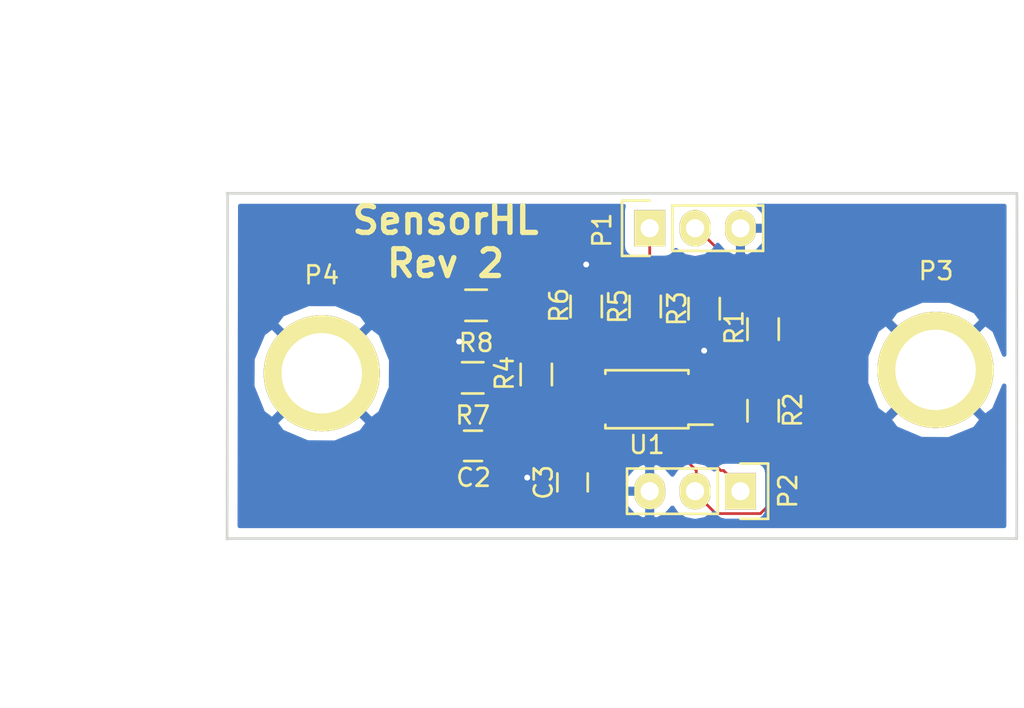
<source format=kicad_pcb>
(kicad_pcb (version 4) (host pcbnew 4.0.1-stable)

  (general
    (links 27)
    (no_connects 0)
    (area 164.214999 83.314999 208.585001 102.835001)
    (thickness 1.6)
    (drawings 8)
    (tracks 73)
    (zones 0)
    (modules 15)
    (nets 10)
  )

  (page A4)
  (layers
    (0 F.Cu signal)
    (31 B.Cu signal)
    (32 B.Adhes user)
    (33 F.Adhes user)
    (34 B.Paste user)
    (35 F.Paste user)
    (36 B.SilkS user)
    (37 F.SilkS user)
    (38 B.Mask user)
    (39 F.Mask user)
    (40 Dwgs.User user)
    (41 Cmts.User user)
    (42 Eco1.User user)
    (43 Eco2.User user)
    (44 Edge.Cuts user)
    (45 Margin user)
    (46 B.CrtYd user)
    (47 F.CrtYd user)
    (48 B.Fab user)
    (49 F.Fab user)
  )

  (setup
    (last_trace_width 0.1524)
    (trace_clearance 0.1524)
    (zone_clearance 0.508)
    (zone_45_only no)
    (trace_min 0.1524)
    (segment_width 0.2)
    (edge_width 0.15)
    (via_size 0.6858)
    (via_drill 0.3302)
    (via_min_size 0.4)
    (via_min_drill 0.3)
    (uvia_size 0.3)
    (uvia_drill 0.1)
    (uvias_allowed no)
    (uvia_min_size 0.2)
    (uvia_min_drill 0.1)
    (pcb_text_width 0.3)
    (pcb_text_size 1.5 1.5)
    (mod_edge_width 0.15)
    (mod_text_size 1 1)
    (mod_text_width 0.15)
    (pad_size 6.5 6.5)
    (pad_drill 4.5)
    (pad_to_mask_clearance 0.2)
    (aux_axis_origin 0 0)
    (visible_elements 7FFFFFFF)
    (pcbplotparams
      (layerselection 0x01008_00000000)
      (usegerberextensions true)
      (excludeedgelayer true)
      (linewidth 0.100000)
      (plotframeref false)
      (viasonmask false)
      (mode 1)
      (useauxorigin false)
      (hpglpennumber 1)
      (hpglpenspeed 20)
      (hpglpendiameter 15)
      (hpglpenoverlay 2)
      (psnegative false)
      (psa4output false)
      (plotreference true)
      (plotvalue true)
      (plotinvisibletext false)
      (padsonsilk false)
      (subtractmaskfromsilk false)
      (outputformat 1)
      (mirror false)
      (drillshape 0)
      (scaleselection 1)
      (outputdirectory StencilFiles/))
  )

  (net 0 "")
  (net 1 "Net-(P1-Pad1)")
  (net 2 "Net-(R1-Pad1)")
  (net 3 "Net-(R1-Pad2)")
  (net 4 GND)
  (net 5 "Net-(R4-Pad2)")
  (net 6 "Net-(R5-Pad2)")
  (net 7 "Net-(R7-Pad1)")
  (net 8 +5V)
  (net 9 /OUT)

  (net_class Default "This is the default net class."
    (clearance 0.1524)
    (trace_width 0.1524)
    (via_dia 0.6858)
    (via_drill 0.3302)
    (uvia_dia 0.3)
    (uvia_drill 0.1)
    (add_net +5V)
    (add_net /OUT)
    (add_net GND)
    (add_net "Net-(P1-Pad1)")
    (add_net "Net-(R1-Pad1)")
    (add_net "Net-(R1-Pad2)")
    (add_net "Net-(R4-Pad2)")
    (add_net "Net-(R5-Pad2)")
    (add_net "Net-(R7-Pad1)")
  )

  (module Pin_Headers:Pin_Header_Straight_1x03 (layer F.Cu) (tedit 0) (tstamp 5728F2B8)
    (at 187.96 85.344 90)
    (descr "Through hole pin header")
    (tags "pin header")
    (path /5727D8E3)
    (fp_text reference P1 (at -0.11 -2.67 90) (layer F.SilkS)
      (effects (font (size 1 1) (thickness 0.15)))
    )
    (fp_text value CONN_01X03 (at 0 -3.1 90) (layer F.Fab)
      (effects (font (size 1 1) (thickness 0.15)))
    )
    (fp_line (start -1.75 -1.75) (end -1.75 6.85) (layer F.CrtYd) (width 0.05))
    (fp_line (start 1.75 -1.75) (end 1.75 6.85) (layer F.CrtYd) (width 0.05))
    (fp_line (start -1.75 -1.75) (end 1.75 -1.75) (layer F.CrtYd) (width 0.05))
    (fp_line (start -1.75 6.85) (end 1.75 6.85) (layer F.CrtYd) (width 0.05))
    (fp_line (start -1.27 1.27) (end -1.27 6.35) (layer F.SilkS) (width 0.15))
    (fp_line (start -1.27 6.35) (end 1.27 6.35) (layer F.SilkS) (width 0.15))
    (fp_line (start 1.27 6.35) (end 1.27 1.27) (layer F.SilkS) (width 0.15))
    (fp_line (start 1.55 -1.55) (end 1.55 0) (layer F.SilkS) (width 0.15))
    (fp_line (start 1.27 1.27) (end -1.27 1.27) (layer F.SilkS) (width 0.15))
    (fp_line (start -1.55 0) (end -1.55 -1.55) (layer F.SilkS) (width 0.15))
    (fp_line (start -1.55 -1.55) (end 1.55 -1.55) (layer F.SilkS) (width 0.15))
    (pad 1 thru_hole rect (at 0 0 90) (size 2.032 1.7272) (drill 1.016) (layers *.Cu *.Mask F.SilkS)
      (net 1 "Net-(P1-Pad1)"))
    (pad 2 thru_hole oval (at 0 2.54 90) (size 2.032 1.7272) (drill 1.016) (layers *.Cu *.Mask F.SilkS)
      (net 8 +5V))
    (pad 3 thru_hole oval (at 0 5.08 90) (size 2.032 1.7272) (drill 1.016) (layers *.Cu *.Mask F.SilkS)
      (net 4 GND))
    (model Pin_Headers.3dshapes/Pin_Header_Straight_1x03.wrl
      (at (xyz 0 -0.1 0))
      (scale (xyz 1 1 1))
      (rotate (xyz 0 0 90))
    )
  )

  (module Resistors_SMD:R_0805 (layer F.Cu) (tedit 5415CDEB) (tstamp 5728F2CB)
    (at 194.31 95.57 270)
    (descr "Resistor SMD 0805, reflow soldering, Vishay (see dcrcw.pdf)")
    (tags "resistor 0805")
    (path /5727AF9E)
    (attr smd)
    (fp_text reference R2 (at -0.038 -1.66 270) (layer F.SilkS)
      (effects (font (size 1 1) (thickness 0.15)))
    )
    (fp_text value R (at 0 2.1 270) (layer F.Fab)
      (effects (font (size 1 1) (thickness 0.15)))
    )
    (fp_line (start -1.6 -1) (end 1.6 -1) (layer F.CrtYd) (width 0.05))
    (fp_line (start -1.6 1) (end 1.6 1) (layer F.CrtYd) (width 0.05))
    (fp_line (start -1.6 -1) (end -1.6 1) (layer F.CrtYd) (width 0.05))
    (fp_line (start 1.6 -1) (end 1.6 1) (layer F.CrtYd) (width 0.05))
    (fp_line (start 0.6 0.875) (end -0.6 0.875) (layer F.SilkS) (width 0.15))
    (fp_line (start -0.6 -0.875) (end 0.6 -0.875) (layer F.SilkS) (width 0.15))
    (pad 1 smd rect (at -0.95 0 270) (size 0.7 1.3) (layers F.Cu F.Paste F.Mask)
      (net 3 "Net-(R1-Pad2)"))
    (pad 2 smd rect (at 0.95 0 270) (size 0.7 1.3) (layers F.Cu F.Paste F.Mask)
      (net 9 /OUT))
    (model Resistors_SMD.3dshapes/R_0805.wrl
      (at (xyz 0 0 0))
      (scale (xyz 1 1 1))
      (rotate (xyz 0 0 0))
    )
  )

  (module Housings_SSOP:TSSOP-8_4.4x3mm_Pitch0.65mm (layer F.Cu) (tedit 54130A77) (tstamp 57AAF252)
    (at 187.804 94.925 180)
    (descr "8-Lead Plastic Thin Shrink Small Outline (ST)-4.4 mm Body [TSSOP] (see Microchip Packaging Specification 00000049BS.pdf)")
    (tags "SSOP 0.65")
    (path /57AAF033)
    (attr smd)
    (fp_text reference U1 (at 0 -2.55 180) (layer F.SilkS)
      (effects (font (size 1 1) (thickness 0.15)))
    )
    (fp_text value LMV358 (at 0 2.55 180) (layer F.Fab)
      (effects (font (size 1 1) (thickness 0.15)))
    )
    (fp_line (start -3.95 -1.8) (end -3.95 1.8) (layer F.CrtYd) (width 0.05))
    (fp_line (start 3.95 -1.8) (end 3.95 1.8) (layer F.CrtYd) (width 0.05))
    (fp_line (start -3.95 -1.8) (end 3.95 -1.8) (layer F.CrtYd) (width 0.05))
    (fp_line (start -3.95 1.8) (end 3.95 1.8) (layer F.CrtYd) (width 0.05))
    (fp_line (start -2.325 -1.625) (end -2.325 -1.425) (layer F.SilkS) (width 0.15))
    (fp_line (start 2.325 -1.625) (end 2.325 -1.425) (layer F.SilkS) (width 0.15))
    (fp_line (start 2.325 1.625) (end 2.325 1.425) (layer F.SilkS) (width 0.15))
    (fp_line (start -2.325 1.625) (end -2.325 1.425) (layer F.SilkS) (width 0.15))
    (fp_line (start -2.325 -1.625) (end 2.325 -1.625) (layer F.SilkS) (width 0.15))
    (fp_line (start -2.325 1.625) (end 2.325 1.625) (layer F.SilkS) (width 0.15))
    (fp_line (start -2.325 -1.425) (end -3.675 -1.425) (layer F.SilkS) (width 0.15))
    (pad 1 smd rect (at -2.95 -0.975 180) (size 1.45 0.45) (layers F.Cu F.Paste F.Mask)
      (net 9 /OUT))
    (pad 2 smd rect (at -2.95 -0.325 180) (size 1.45 0.45) (layers F.Cu F.Paste F.Mask)
      (net 3 "Net-(R1-Pad2)"))
    (pad 3 smd rect (at -2.95 0.325 180) (size 1.45 0.45) (layers F.Cu F.Paste F.Mask)
      (net 6 "Net-(R5-Pad2)"))
    (pad 4 smd rect (at -2.95 0.975 180) (size 1.45 0.45) (layers F.Cu F.Paste F.Mask)
      (net 4 GND))
    (pad 5 smd rect (at 2.95 0.975 180) (size 1.45 0.45) (layers F.Cu F.Paste F.Mask)
      (net 7 "Net-(R7-Pad1)"))
    (pad 6 smd rect (at 2.95 0.325 180) (size 1.45 0.45) (layers F.Cu F.Paste F.Mask)
      (net 5 "Net-(R4-Pad2)"))
    (pad 7 smd rect (at 2.95 -0.325 180) (size 1.45 0.45) (layers F.Cu F.Paste F.Mask)
      (net 5 "Net-(R4-Pad2)"))
    (pad 8 smd rect (at 2.95 -0.975 180) (size 1.45 0.45) (layers F.Cu F.Paste F.Mask)
      (net 8 +5V))
    (model Housings_SSOP.3dshapes/TSSOP-8_4.4x3mm_Pitch0.65mm.wrl
      (at (xyz 0 0 0))
      (scale (xyz 1 1 1))
      (rotate (xyz 0 0 0))
    )
  )

  (module Capacitors_SMD:C_0805 (layer F.Cu) (tedit 5415D6EA) (tstamp 5728F2B1)
    (at 183.642 99.584 270)
    (descr "Capacitor SMD 0805, reflow soldering, AVX (see smccp.pdf)")
    (tags "capacitor 0805")
    (path /5727A9F3)
    (attr smd)
    (fp_text reference C3 (at 0 1.63 270) (layer F.SilkS)
      (effects (font (size 1 1) (thickness 0.15)))
    )
    (fp_text value 0.1μF (at 0 2.1 270) (layer F.Fab)
      (effects (font (size 1 1) (thickness 0.15)))
    )
    (fp_line (start -1.8 -1) (end 1.8 -1) (layer F.CrtYd) (width 0.05))
    (fp_line (start -1.8 1) (end 1.8 1) (layer F.CrtYd) (width 0.05))
    (fp_line (start -1.8 -1) (end -1.8 1) (layer F.CrtYd) (width 0.05))
    (fp_line (start 1.8 -1) (end 1.8 1) (layer F.CrtYd) (width 0.05))
    (fp_line (start 0.5 -0.85) (end -0.5 -0.85) (layer F.SilkS) (width 0.15))
    (fp_line (start -0.5 0.85) (end 0.5 0.85) (layer F.SilkS) (width 0.15))
    (pad 1 smd rect (at -1 0 270) (size 1 1.25) (layers F.Cu F.Paste F.Mask)
      (net 8 +5V))
    (pad 2 smd rect (at 1 0 270) (size 1 1.25) (layers F.Cu F.Paste F.Mask)
      (net 4 GND))
    (model Capacitors_SMD.3dshapes/C_0805.wrl
      (at (xyz 0 0 0))
      (scale (xyz 1 1 1))
      (rotate (xyz 0 0 0))
    )
  )

  (module Capacitors_SMD:C_0805 (layer F.Cu) (tedit 5415D6EA) (tstamp 5728F2AB)
    (at 178.07 97.536)
    (descr "Capacitor SMD 0805, reflow soldering, AVX (see smccp.pdf)")
    (tags "capacitor 0805")
    (path /5727A8C5)
    (attr smd)
    (fp_text reference C2 (at 0.03 1.778) (layer F.SilkS)
      (effects (font (size 1 1) (thickness 0.15)))
    )
    (fp_text value 0.1μF (at 0 2.1) (layer F.Fab)
      (effects (font (size 1 1) (thickness 0.15)))
    )
    (fp_line (start -1.8 -1) (end 1.8 -1) (layer F.CrtYd) (width 0.05))
    (fp_line (start -1.8 1) (end 1.8 1) (layer F.CrtYd) (width 0.05))
    (fp_line (start -1.8 -1) (end -1.8 1) (layer F.CrtYd) (width 0.05))
    (fp_line (start 1.8 -1) (end 1.8 1) (layer F.CrtYd) (width 0.05))
    (fp_line (start 0.5 -0.85) (end -0.5 -0.85) (layer F.SilkS) (width 0.15))
    (fp_line (start -0.5 0.85) (end 0.5 0.85) (layer F.SilkS) (width 0.15))
    (pad 1 smd rect (at -1 0) (size 1 1.25) (layers F.Cu F.Paste F.Mask)
      (net 8 +5V))
    (pad 2 smd rect (at 1 0) (size 1 1.25) (layers F.Cu F.Paste F.Mask)
      (net 4 GND))
    (model Capacitors_SMD.3dshapes/C_0805.wrl
      (at (xyz 0 0 0))
      (scale (xyz 1 1 1))
      (rotate (xyz 0 0 0))
    )
  )

  (module Pin_Headers:Pin_Header_Straight_1x03 (layer F.Cu) (tedit 0) (tstamp 5728F2BF)
    (at 193.04 100.076 270)
    (descr "Through hole pin header")
    (tags "pin header")
    (path /5727DEA0)
    (fp_text reference P2 (at -0.01 -2.66 270) (layer F.SilkS)
      (effects (font (size 1 1) (thickness 0.15)))
    )
    (fp_text value CONN_01X03 (at 0 -3.1 270) (layer F.Fab)
      (effects (font (size 1 1) (thickness 0.15)))
    )
    (fp_line (start -1.75 -1.75) (end -1.75 6.85) (layer F.CrtYd) (width 0.05))
    (fp_line (start 1.75 -1.75) (end 1.75 6.85) (layer F.CrtYd) (width 0.05))
    (fp_line (start -1.75 -1.75) (end 1.75 -1.75) (layer F.CrtYd) (width 0.05))
    (fp_line (start -1.75 6.85) (end 1.75 6.85) (layer F.CrtYd) (width 0.05))
    (fp_line (start -1.27 1.27) (end -1.27 6.35) (layer F.SilkS) (width 0.15))
    (fp_line (start -1.27 6.35) (end 1.27 6.35) (layer F.SilkS) (width 0.15))
    (fp_line (start 1.27 6.35) (end 1.27 1.27) (layer F.SilkS) (width 0.15))
    (fp_line (start 1.55 -1.55) (end 1.55 0) (layer F.SilkS) (width 0.15))
    (fp_line (start 1.27 1.27) (end -1.27 1.27) (layer F.SilkS) (width 0.15))
    (fp_line (start -1.55 0) (end -1.55 -1.55) (layer F.SilkS) (width 0.15))
    (fp_line (start -1.55 -1.55) (end 1.55 -1.55) (layer F.SilkS) (width 0.15))
    (pad 1 thru_hole rect (at 0 0 270) (size 2.032 1.7272) (drill 1.016) (layers *.Cu *.Mask F.SilkS)
      (net 9 /OUT))
    (pad 2 thru_hole oval (at 0 2.54 270) (size 2.032 1.7272) (drill 1.016) (layers *.Cu *.Mask F.SilkS)
      (net 8 +5V))
    (pad 3 thru_hole oval (at 0 5.08 270) (size 2.032 1.7272) (drill 1.016) (layers *.Cu *.Mask F.SilkS)
      (net 4 GND))
    (model Pin_Headers.3dshapes/Pin_Header_Straight_1x03.wrl
      (at (xyz 0 -0.1 0))
      (scale (xyz 1 1 1))
      (rotate (xyz 0 0 90))
    )
  )

  (module Resistors_SMD:R_0805 (layer F.Cu) (tedit 5415CDEB) (tstamp 5728F2C5)
    (at 194.31 90.998 270)
    (descr "Resistor SMD 0805, reflow soldering, Vishay (see dcrcw.pdf)")
    (tags "resistor 0805")
    (path /5726DAF4)
    (attr smd)
    (fp_text reference R1 (at -0.09 1.62 270) (layer F.SilkS)
      (effects (font (size 1 1) (thickness 0.15)))
    )
    (fp_text value R (at 0 2.1 270) (layer F.Fab)
      (effects (font (size 1 1) (thickness 0.15)))
    )
    (fp_line (start -1.6 -1) (end 1.6 -1) (layer F.CrtYd) (width 0.05))
    (fp_line (start -1.6 1) (end 1.6 1) (layer F.CrtYd) (width 0.05))
    (fp_line (start -1.6 -1) (end -1.6 1) (layer F.CrtYd) (width 0.05))
    (fp_line (start 1.6 -1) (end 1.6 1) (layer F.CrtYd) (width 0.05))
    (fp_line (start 0.6 0.875) (end -0.6 0.875) (layer F.SilkS) (width 0.15))
    (fp_line (start -0.6 -0.875) (end 0.6 -0.875) (layer F.SilkS) (width 0.15))
    (pad 1 smd rect (at -0.95 0 270) (size 0.7 1.3) (layers F.Cu F.Paste F.Mask)
      (net 2 "Net-(R1-Pad1)"))
    (pad 2 smd rect (at 0.95 0 270) (size 0.7 1.3) (layers F.Cu F.Paste F.Mask)
      (net 3 "Net-(R1-Pad2)"))
    (model Resistors_SMD.3dshapes/R_0805.wrl
      (at (xyz 0 0 0))
      (scale (xyz 1 1 1))
      (rotate (xyz 0 0 0))
    )
  )

  (module Mounting_Holes:MountingHole_4.5mm (layer F.Cu) (tedit 577491DA) (tstamp 572BF8A6)
    (at 203.962 93.28)
    (descr "Mounting Hole 4.5mm, no annular")
    (tags "mounting hole 4.5mm no annular")
    (path /572BD6AC)
    (fp_text reference P3 (at 0.03 -5.54) (layer F.SilkS)
      (effects (font (size 1 1) (thickness 0.15)))
    )
    (fp_text value CONN_01X01 (at 0 5.5) (layer F.Fab)
      (effects (font (size 1 1) (thickness 0.15)))
    )
    (fp_circle (center 0 0) (end 4.5 0) (layer Cmts.User) (width 0.15))
    (fp_circle (center 0 0) (end 4.75 0) (layer F.CrtYd) (width 0.05))
    (pad 1 thru_hole circle (at 0 0) (size 6.5 6.5) (drill 4.5) (layers *.Cu *.Mask F.SilkS)
      (net 4 GND))
  )

  (module Mounting_Holes:MountingHole_4.5mm (layer F.Cu) (tedit 577491E6) (tstamp 572BF8AD)
    (at 169.6 93.47)
    (descr "Mounting Hole 4.5mm, no annular")
    (tags "mounting hole 4.5mm no annular")
    (path /572BD755)
    (fp_text reference P4 (at 0 -5.5) (layer F.SilkS)
      (effects (font (size 1 1) (thickness 0.15)))
    )
    (fp_text value CONN_01X01 (at 0 5.5) (layer F.Fab)
      (effects (font (size 1 1) (thickness 0.15)))
    )
    (fp_circle (center 0 0) (end 4.5 0) (layer Cmts.User) (width 0.15))
    (fp_circle (center 0 0) (end 4.75 0) (layer F.CrtYd) (width 0.05))
    (pad 1 thru_hole circle (at 0 0) (size 6.5 6.5) (drill 4.5) (layers *.Cu *.Mask F.SilkS)
      (net 4 GND))
  )

  (module Resistors_SMD:R_0805 (layer F.Cu) (tedit 5415CDEB) (tstamp 57AAF23F)
    (at 191.008 89.85 90)
    (descr "Resistor SMD 0805, reflow soldering, Vishay (see dcrcw.pdf)")
    (tags "resistor 0805")
    (path /57AAF34C)
    (attr smd)
    (fp_text reference R3 (at 0 -1.524 90) (layer F.SilkS)
      (effects (font (size 1 1) (thickness 0.15)))
    )
    (fp_text value 0R (at 0 2.1 90) (layer F.Fab)
      (effects (font (size 1 1) (thickness 0.15)))
    )
    (fp_line (start -1.6 -1) (end 1.6 -1) (layer F.CrtYd) (width 0.05))
    (fp_line (start -1.6 1) (end 1.6 1) (layer F.CrtYd) (width 0.05))
    (fp_line (start -1.6 -1) (end -1.6 1) (layer F.CrtYd) (width 0.05))
    (fp_line (start 1.6 -1) (end 1.6 1) (layer F.CrtYd) (width 0.05))
    (fp_line (start 0.6 0.875) (end -0.6 0.875) (layer F.SilkS) (width 0.15))
    (fp_line (start -0.6 -0.875) (end 0.6 -0.875) (layer F.SilkS) (width 0.15))
    (pad 1 smd rect (at -0.95 0 90) (size 0.7 1.3) (layers F.Cu F.Paste F.Mask)
      (net 4 GND))
    (pad 2 smd rect (at 0.95 0 90) (size 0.7 1.3) (layers F.Cu F.Paste F.Mask)
      (net 2 "Net-(R1-Pad1)"))
    (model Resistors_SMD.3dshapes/R_0805.wrl
      (at (xyz 0 0 0))
      (scale (xyz 1 1 1))
      (rotate (xyz 0 0 0))
    )
  )

  (module Resistors_SMD:R_0805 (layer F.Cu) (tedit 5415CDEB) (tstamp 57AAF245)
    (at 181.61 93.538 270)
    (descr "Resistor SMD 0805, reflow soldering, Vishay (see dcrcw.pdf)")
    (tags "resistor 0805")
    (path /57AAF416)
    (attr smd)
    (fp_text reference R4 (at -0.066 1.778 270) (layer F.SilkS)
      (effects (font (size 1 1) (thickness 0.15)))
    )
    (fp_text value 0R (at 0 2.1 270) (layer F.Fab)
      (effects (font (size 1 1) (thickness 0.15)))
    )
    (fp_line (start -1.6 -1) (end 1.6 -1) (layer F.CrtYd) (width 0.05))
    (fp_line (start -1.6 1) (end 1.6 1) (layer F.CrtYd) (width 0.05))
    (fp_line (start -1.6 -1) (end -1.6 1) (layer F.CrtYd) (width 0.05))
    (fp_line (start 1.6 -1) (end 1.6 1) (layer F.CrtYd) (width 0.05))
    (fp_line (start 0.6 0.875) (end -0.6 0.875) (layer F.SilkS) (width 0.15))
    (fp_line (start -0.6 -0.875) (end 0.6 -0.875) (layer F.SilkS) (width 0.15))
    (pad 1 smd rect (at -0.95 0 270) (size 0.7 1.3) (layers F.Cu F.Paste F.Mask)
      (net 2 "Net-(R1-Pad1)"))
    (pad 2 smd rect (at 0.95 0 270) (size 0.7 1.3) (layers F.Cu F.Paste F.Mask)
      (net 5 "Net-(R4-Pad2)"))
    (model Resistors_SMD.3dshapes/R_0805.wrl
      (at (xyz 0 0 0))
      (scale (xyz 1 1 1))
      (rotate (xyz 0 0 0))
    )
  )

  (module Resistors_SMD:R_0805 (layer F.Cu) (tedit 5415CDEB) (tstamp 57AAF24B)
    (at 187.706 89.728 270)
    (descr "Resistor SMD 0805, reflow soldering, Vishay (see dcrcw.pdf)")
    (tags "resistor 0805")
    (path /57AAF6E2)
    (attr smd)
    (fp_text reference R5 (at 0 1.524 270) (layer F.SilkS)
      (effects (font (size 1 1) (thickness 0.15)))
    )
    (fp_text value R (at 0 2.1 270) (layer F.Fab)
      (effects (font (size 1 1) (thickness 0.15)))
    )
    (fp_line (start -1.6 -1) (end 1.6 -1) (layer F.CrtYd) (width 0.05))
    (fp_line (start -1.6 1) (end 1.6 1) (layer F.CrtYd) (width 0.05))
    (fp_line (start -1.6 -1) (end -1.6 1) (layer F.CrtYd) (width 0.05))
    (fp_line (start 1.6 -1) (end 1.6 1) (layer F.CrtYd) (width 0.05))
    (fp_line (start 0.6 0.875) (end -0.6 0.875) (layer F.SilkS) (width 0.15))
    (fp_line (start -0.6 -0.875) (end 0.6 -0.875) (layer F.SilkS) (width 0.15))
    (pad 1 smd rect (at -0.95 0 270) (size 0.7 1.3) (layers F.Cu F.Paste F.Mask)
      (net 1 "Net-(P1-Pad1)"))
    (pad 2 smd rect (at 0.95 0 270) (size 0.7 1.3) (layers F.Cu F.Paste F.Mask)
      (net 6 "Net-(R5-Pad2)"))
    (model Resistors_SMD.3dshapes/R_0805.wrl
      (at (xyz 0 0 0))
      (scale (xyz 1 1 1))
      (rotate (xyz 0 0 0))
    )
  )

  (module Resistors_SMD:R_0805 (layer F.Cu) (tedit 5415CDEB) (tstamp 57AAF251)
    (at 184.404 89.728 90)
    (descr "Resistor SMD 0805, reflow soldering, Vishay (see dcrcw.pdf)")
    (tags "resistor 0805")
    (path /57AAF72B)
    (attr smd)
    (fp_text reference R6 (at 0.066 -1.524 90) (layer F.SilkS)
      (effects (font (size 1 1) (thickness 0.15)))
    )
    (fp_text value R (at 0 2.1 90) (layer F.Fab)
      (effects (font (size 1 1) (thickness 0.15)))
    )
    (fp_line (start -1.6 -1) (end 1.6 -1) (layer F.CrtYd) (width 0.05))
    (fp_line (start -1.6 1) (end 1.6 1) (layer F.CrtYd) (width 0.05))
    (fp_line (start -1.6 -1) (end -1.6 1) (layer F.CrtYd) (width 0.05))
    (fp_line (start 1.6 -1) (end 1.6 1) (layer F.CrtYd) (width 0.05))
    (fp_line (start 0.6 0.875) (end -0.6 0.875) (layer F.SilkS) (width 0.15))
    (fp_line (start -0.6 -0.875) (end 0.6 -0.875) (layer F.SilkS) (width 0.15))
    (pad 1 smd rect (at -0.95 0 90) (size 0.7 1.3) (layers F.Cu F.Paste F.Mask)
      (net 6 "Net-(R5-Pad2)"))
    (pad 2 smd rect (at 0.95 0 90) (size 0.7 1.3) (layers F.Cu F.Paste F.Mask)
      (net 4 GND))
    (model Resistors_SMD.3dshapes/R_0805.wrl
      (at (xyz 0 0 0))
      (scale (xyz 1 1 1))
      (rotate (xyz 0 0 0))
    )
  )

  (module Resistors_SMD:R_0805 (layer F.Cu) (tedit 5415CDEB) (tstamp 57AAF454)
    (at 178.054 93.726 180)
    (descr "Resistor SMD 0805, reflow soldering, Vishay (see dcrcw.pdf)")
    (tags "resistor 0805")
    (path /57AAFAFC)
    (attr smd)
    (fp_text reference R7 (at 0 -2.1 180) (layer F.SilkS)
      (effects (font (size 1 1) (thickness 0.15)))
    )
    (fp_text value R (at 0 2.1 180) (layer F.Fab)
      (effects (font (size 1 1) (thickness 0.15)))
    )
    (fp_line (start -1.6 -1) (end 1.6 -1) (layer F.CrtYd) (width 0.05))
    (fp_line (start -1.6 1) (end 1.6 1) (layer F.CrtYd) (width 0.05))
    (fp_line (start -1.6 -1) (end -1.6 1) (layer F.CrtYd) (width 0.05))
    (fp_line (start 1.6 -1) (end 1.6 1) (layer F.CrtYd) (width 0.05))
    (fp_line (start 0.6 0.875) (end -0.6 0.875) (layer F.SilkS) (width 0.15))
    (fp_line (start -0.6 -0.875) (end 0.6 -0.875) (layer F.SilkS) (width 0.15))
    (pad 1 smd rect (at -0.95 0 180) (size 0.7 1.3) (layers F.Cu F.Paste F.Mask)
      (net 7 "Net-(R7-Pad1)"))
    (pad 2 smd rect (at 0.95 0 180) (size 0.7 1.3) (layers F.Cu F.Paste F.Mask)
      (net 8 +5V))
    (model Resistors_SMD.3dshapes/R_0805.wrl
      (at (xyz 0 0 0))
      (scale (xyz 1 1 1))
      (rotate (xyz 0 0 0))
    )
  )

  (module Resistors_SMD:R_0805 (layer F.Cu) (tedit 5415CDEB) (tstamp 57AAF45A)
    (at 178.242 89.662 180)
    (descr "Resistor SMD 0805, reflow soldering, Vishay (see dcrcw.pdf)")
    (tags "resistor 0805")
    (path /57AAFB4C)
    (attr smd)
    (fp_text reference R8 (at 0 -2.1 180) (layer F.SilkS)
      (effects (font (size 1 1) (thickness 0.15)))
    )
    (fp_text value R (at 0 2.1 180) (layer F.Fab)
      (effects (font (size 1 1) (thickness 0.15)))
    )
    (fp_line (start -1.6 -1) (end 1.6 -1) (layer F.CrtYd) (width 0.05))
    (fp_line (start -1.6 1) (end 1.6 1) (layer F.CrtYd) (width 0.05))
    (fp_line (start -1.6 -1) (end -1.6 1) (layer F.CrtYd) (width 0.05))
    (fp_line (start 1.6 -1) (end 1.6 1) (layer F.CrtYd) (width 0.05))
    (fp_line (start 0.6 0.875) (end -0.6 0.875) (layer F.SilkS) (width 0.15))
    (fp_line (start -0.6 -0.875) (end 0.6 -0.875) (layer F.SilkS) (width 0.15))
    (pad 1 smd rect (at -0.95 0 180) (size 0.7 1.3) (layers F.Cu F.Paste F.Mask)
      (net 7 "Net-(R7-Pad1)"))
    (pad 2 smd rect (at 0.95 0 180) (size 0.7 1.3) (layers F.Cu F.Paste F.Mask)
      (net 4 GND))
    (model Resistors_SMD.3dshapes/R_0805.wrl
      (at (xyz 0 0 0))
      (scale (xyz 1 1 1))
      (rotate (xyz 0 0 0))
    )
  )

  (gr_text "SensorHL\nRev 2" (at 176.53 86.106) (layer F.SilkS)
    (effects (font (size 1.5 1.5) (thickness 0.3)))
  )
  (dimension 34.29 (width 0.3) (layer Dwgs.User)
    (gr_text "1.3500 in" (at 186.735507 112.856) (layer Dwgs.User)
      (effects (font (size 1.5 1.5) (thickness 0.3)))
    )
    (feature1 (pts (xy 203.880507 93.472) (xy 203.880507 114.206)))
    (feature2 (pts (xy 169.590507 93.472) (xy 169.590507 114.206)))
    (crossbar (pts (xy 169.590507 111.506) (xy 203.880507 111.506)))
    (arrow1a (pts (xy 203.880507 111.506) (xy 202.754003 112.092421)))
    (arrow1b (pts (xy 203.880507 111.506) (xy 202.754003 110.919579)))
    (arrow2a (pts (xy 169.590507 111.506) (xy 170.717011 112.092421)))
    (arrow2b (pts (xy 169.590507 111.506) (xy 170.717011 110.919579)))
  )
  (dimension 19.350065 (width 0.3) (layer Dwgs.User)
    (gr_text "0.7618 in" (at 157.872506 93.008275 89.85194922) (layer Dwgs.User)
      (effects (font (size 1.5 1.5) (thickness 0.3)))
    )
    (feature1 (pts (xy 164.32 102.7) (xy 156.497511 102.679787)))
    (feature2 (pts (xy 164.37 83.35) (xy 156.547511 83.329787)))
    (crossbar (pts (xy 159.247502 83.336764) (xy 159.197502 102.686764)))
    (arrow1a (pts (xy 159.197502 102.686764) (xy 158.613994 101.558749)))
    (arrow1b (pts (xy 159.197502 102.686764) (xy 159.786832 101.561779)))
    (arrow2a (pts (xy 159.247502 83.336764) (xy 158.658172 84.461749)))
    (arrow2b (pts (xy 159.247502 83.336764) (xy 159.83101 84.464779)))
  )
  (dimension 44.060028 (width 0.3) (layer Dwgs.User)
    (gr_text "1.7346 in" (at 186.460115 74.411445 359.9349799) (layer Dwgs.User)
      (effects (font (size 1.5 1.5) (thickness 0.3)))
    )
    (feature1 (pts (xy 164.42 83.3) (xy 164.431647 73.036446)))
    (feature2 (pts (xy 208.48 83.35) (xy 208.491647 73.086446)))
    (crossbar (pts (xy 208.488583 75.786444) (xy 164.428583 75.736444)))
    (arrow1a (pts (xy 164.428583 75.736444) (xy 165.555752 75.151302)))
    (arrow1b (pts (xy 164.428583 75.736444) (xy 165.554421 76.324143)))
    (arrow2a (pts (xy 208.488583 75.786444) (xy 207.362745 75.198745)))
    (arrow2b (pts (xy 208.488583 75.786444) (xy 207.361414 76.371586)))
  )
  (gr_line (start 164.3 102.76) (end 164.33 83.39) (angle 90) (layer Edge.Cuts) (width 0.15))
  (gr_line (start 208.51 102.73) (end 164.3 102.73) (angle 90) (layer Edge.Cuts) (width 0.15))
  (gr_line (start 208.52 83.39) (end 208.51 102.73) (angle 90) (layer Edge.Cuts) (width 0.15))
  (gr_line (start 164.29 83.39) (end 208.51 83.39) (angle 90) (layer Edge.Cuts) (width 0.15))

  (segment (start 187.96 85.09) (end 187.96 88.524) (width 0.1524) (layer F.Cu) (net 1))
  (segment (start 187.96 88.524) (end 187.706 88.778) (width 0.1524) (layer F.Cu) (net 1))
  (segment (start 188.006 88.778) (end 187.706 88.778) (width 0.1524) (layer F.Cu) (net 1))
  (segment (start 191.008 88.9) (end 190.2056 88.9) (width 0.1524) (layer F.Cu) (net 2))
  (segment (start 190.2056 88.9) (end 189.006201 90.099399) (width 0.1524) (layer F.Cu) (net 2))
  (segment (start 189.006201 90.099399) (end 183.571119 90.099399) (width 0.1524) (layer F.Cu) (net 2))
  (segment (start 183.571119 90.099399) (end 181.61 92.060518) (width 0.1524) (layer F.Cu) (net 2))
  (segment (start 181.61 92.060518) (end 181.61 92.0856) (width 0.1524) (layer F.Cu) (net 2))
  (segment (start 181.61 92.0856) (end 181.61 92.588) (width 0.1524) (layer F.Cu) (net 2))
  (segment (start 191.008 88.9) (end 193.6644 88.9) (width 0.1524) (layer F.Cu) (net 2))
  (segment (start 193.6644 88.9) (end 194.31 89.5456) (width 0.1524) (layer F.Cu) (net 2))
  (segment (start 194.31 89.5456) (end 194.31 90.048) (width 0.1524) (layer F.Cu) (net 2))
  (segment (start 194.31 94.62) (end 194.31 91.948) (width 0.1524) (layer F.Cu) (net 3))
  (segment (start 191.6314 95.25) (end 192.2614 94.62) (width 0.1524) (layer F.Cu) (net 3))
  (segment (start 192.2614 94.62) (end 194.31 94.62) (width 0.1524) (layer F.Cu) (net 3))
  (segment (start 191.6314 95.25) (end 190.754 95.25) (width 0.1524) (layer F.Cu) (net 3))
  (segment (start 179.07 97.536) (end 179.07 97.661) (width 0.1524) (layer F.Cu) (net 4))
  (segment (start 179.07 97.661) (end 180.723 99.314) (width 0.1524) (layer F.Cu) (net 4))
  (segment (start 180.723 99.314) (end 181.102 99.314) (width 0.1524) (layer F.Cu) (net 4))
  (segment (start 183.642 100.584) (end 183.517 100.584) (width 0.1524) (layer F.Cu) (net 4))
  (segment (start 183.517 100.584) (end 182.247 99.314) (width 0.1524) (layer F.Cu) (net 4))
  (segment (start 182.247 99.314) (end 181.102 99.314) (width 0.1524) (layer F.Cu) (net 4))
  (via (at 181.102 99.314) (size 0.6858) (drill 0.3302) (layers F.Cu B.Cu) (net 4))
  (segment (start 177.292 89.662) (end 177.292 91.694) (width 0.1524) (layer F.Cu) (net 4))
  (via (at 177.292 91.694) (size 0.6858) (drill 0.3302) (layers F.Cu B.Cu) (net 4))
  (segment (start 184.404 88.778) (end 184.404 87.376) (width 0.1524) (layer F.Cu) (net 4))
  (via (at 184.404 87.376) (size 0.6858) (drill 0.3302) (layers F.Cu B.Cu) (net 4))
  (segment (start 190.754 93.95) (end 190.754 92.456) (width 0.1524) (layer F.Cu) (net 4))
  (segment (start 190.754 92.456) (end 191.008 92.202) (width 0.1524) (layer F.Cu) (net 4))
  (segment (start 191.008 90.8) (end 191.008 92.202) (width 0.1524) (layer F.Cu) (net 4))
  (via (at 191.008 92.202) (size 0.6858) (drill 0.3302) (layers F.Cu B.Cu) (net 4))
  (segment (start 181.61 94.488) (end 184.742 94.488) (width 0.1524) (layer F.Cu) (net 5))
  (segment (start 184.742 94.488) (end 184.854 94.6) (width 0.1524) (layer F.Cu) (net 5))
  (segment (start 184.854 95.25) (end 184.854 94.6) (width 0.1524) (layer F.Cu) (net 5))
  (segment (start 187.706 90.678) (end 184.404 90.678) (width 0.1524) (layer F.Cu) (net 6))
  (segment (start 183.962 90.678) (end 183.896 90.612) (width 0.1524) (layer F.Cu) (net 6))
  (segment (start 187.706 90.678) (end 187.706 92.4294) (width 0.1524) (layer F.Cu) (net 6))
  (segment (start 187.706 92.4294) (end 189.8766 94.6) (width 0.1524) (layer F.Cu) (net 6))
  (segment (start 189.8766 94.6) (end 190.754 94.6) (width 0.1524) (layer F.Cu) (net 6))
  (segment (start 179.004 93.726) (end 179.004 89.85) (width 0.1524) (layer F.Cu) (net 7))
  (segment (start 179.004 89.85) (end 179.192 89.662) (width 0.1524) (layer F.Cu) (net 7))
  (segment (start 179.004 93.726) (end 184.63 93.726) (width 0.1524) (layer F.Cu) (net 7))
  (segment (start 184.63 93.726) (end 184.854 93.95) (width 0.1524) (layer F.Cu) (net 7))
  (segment (start 190.5 85.09) (end 190.5 85.2424) (width 0.1524) (layer F.Cu) (net 8))
  (segment (start 190.5 85.2424) (end 194.6656 89.408) (width 0.1524) (layer F.Cu) (net 8))
  (segment (start 194.6656 89.408) (end 195.072 89.408) (width 0.1524) (layer F.Cu) (net 8))
  (segment (start 190.57 100.2384) (end 190.57 100.086) (width 0.1524) (layer F.Cu) (net 8))
  (segment (start 195.072 89.408) (end 195.188601 89.524601) (width 0.1524) (layer F.Cu) (net 8))
  (segment (start 195.188601 89.524601) (end 195.188601 100.298481) (width 0.1524) (layer F.Cu) (net 8))
  (segment (start 195.188601 100.298481) (end 194.156481 101.330601) (width 0.1524) (layer F.Cu) (net 8))
  (segment (start 191.662201 101.330601) (end 190.57 100.2384) (width 0.1524) (layer F.Cu) (net 8))
  (segment (start 194.156481 101.330601) (end 191.662201 101.330601) (width 0.1524) (layer F.Cu) (net 8))
  (segment (start 184.854 95.9) (end 178.978 95.9) (width 0.1524) (layer F.Cu) (net 8))
  (segment (start 178.978 95.9) (end 177.104 94.026) (width 0.1524) (layer F.Cu) (net 8))
  (segment (start 177.104 94.026) (end 177.104 93.726) (width 0.1524) (layer F.Cu) (net 8))
  (segment (start 190.57 100.086) (end 190.57 98.9176) (width 0.1524) (layer F.Cu) (net 8))
  (segment (start 190.57 98.9176) (end 187.5524 95.9) (width 0.1524) (layer F.Cu) (net 8))
  (segment (start 187.5524 95.9) (end 185.7314 95.9) (width 0.1524) (layer F.Cu) (net 8))
  (segment (start 185.7314 95.9) (end 184.854 95.9) (width 0.1524) (layer F.Cu) (net 8))
  (segment (start 183.642 98.584) (end 183.642 96.612) (width 0.1524) (layer F.Cu) (net 8))
  (segment (start 183.642 96.612) (end 184.354 95.9) (width 0.1524) (layer F.Cu) (net 8))
  (segment (start 184.354 95.9) (end 184.854 95.9) (width 0.1524) (layer F.Cu) (net 8))
  (segment (start 177.104 93.726) (end 177.104 97.502) (width 0.1524) (layer F.Cu) (net 8))
  (segment (start 177.104 97.502) (end 177.07 97.536) (width 0.1524) (layer F.Cu) (net 8))
  (segment (start 190.57 99.9336) (end 190.57 100.086) (width 0.1524) (layer F.Cu) (net 8))
  (segment (start 190.754 95.9) (end 194.1924 95.9) (width 0.1524) (layer F.Cu) (net 9))
  (segment (start 194.1924 95.9) (end 194.31 96.0176) (width 0.1524) (layer F.Cu) (net 9))
  (segment (start 194.31 96.0176) (end 194.31 96.52) (width 0.1524) (layer F.Cu) (net 9))
  (segment (start 190.754 95.9) (end 190.754 97.73) (width 0.1524) (layer F.Cu) (net 9))
  (segment (start 190.754 97.73) (end 191.9416 98.9176) (width 0.1524) (layer F.Cu) (net 9))
  (segment (start 193.11 99.9336) (end 193.11 100.086) (width 0.1524) (layer F.Cu) (net 9))
  (segment (start 191.9416 98.9176) (end 192.094 98.9176) (width 0.1524) (layer F.Cu) (net 9))
  (segment (start 192.094 98.9176) (end 193.11 99.9336) (width 0.1524) (layer F.Cu) (net 9))

  (zone (net 4) (net_name GND) (layer B.Cu) (tstamp 0) (hatch edge 0.508)
    (connect_pads (clearance 0.508))
    (min_thickness 0.254)
    (fill yes (arc_segments 16) (thermal_gap 0.508) (thermal_bridge_width 0.508))
    (polygon
      (pts
        (xy 164.36 83.48) (xy 208.49 83.47) (xy 208.46 102.58) (xy 164.45 102.63)
      )
    )
    (filled_polygon
      (pts
        (xy 186.44896 84.328) (xy 186.44896 86.36) (xy 186.493238 86.595317) (xy 186.63231 86.811441) (xy 186.84451 86.956431)
        (xy 187.0964 87.00744) (xy 188.8236 87.00744) (xy 189.058917 86.963162) (xy 189.275041 86.82409) (xy 189.420031 86.61189)
        (xy 189.4284 86.570561) (xy 189.44033 86.588415) (xy 189.926511 86.913271) (xy 190.5 87.027345) (xy 191.073489 86.913271)
        (xy 191.55967 86.588415) (xy 191.766461 86.278931) (xy 192.137964 86.694732) (xy 192.665209 86.948709) (xy 192.680974 86.951358)
        (xy 192.913 86.830217) (xy 192.913 85.471) (xy 193.167 85.471) (xy 193.167 86.830217) (xy 193.399026 86.951358)
        (xy 193.414791 86.948709) (xy 193.942036 86.694732) (xy 194.331954 86.25832) (xy 194.525184 85.705913) (xy 194.380924 85.471)
        (xy 193.167 85.471) (xy 192.913 85.471) (xy 192.893 85.471) (xy 192.893 85.217) (xy 192.913 85.217)
        (xy 192.913 85.197) (xy 193.167 85.197) (xy 193.167 85.217) (xy 194.380924 85.217) (xy 194.525184 84.982087)
        (xy 194.331954 84.42968) (xy 194.037397 84.1) (xy 207.809633 84.1) (xy 207.805331 92.419075) (xy 207.271311 91.103104)
        (xy 207.239608 91.055658) (xy 206.738978 90.682627) (xy 204.141605 93.28) (xy 206.738978 95.877373) (xy 207.239608 95.504342)
        (xy 207.804427 94.168053) (xy 207.800367 102.02) (xy 165.011147 102.02) (xy 165.013596 100.437913) (xy 186.474816 100.437913)
        (xy 186.668046 100.99032) (xy 187.057964 101.426732) (xy 187.585209 101.680709) (xy 187.600974 101.683358) (xy 187.833 101.562217)
        (xy 187.833 100.203) (xy 186.619076 100.203) (xy 186.474816 100.437913) (xy 165.013596 100.437913) (xy 165.014717 99.714087)
        (xy 186.474816 99.714087) (xy 186.619076 99.949) (xy 187.833 99.949) (xy 187.833 98.589783) (xy 188.087 98.589783)
        (xy 188.087 99.949) (xy 188.107 99.949) (xy 188.107 100.203) (xy 188.087 100.203) (xy 188.087 101.562217)
        (xy 188.319026 101.683358) (xy 188.334791 101.680709) (xy 188.862036 101.426732) (xy 189.233539 101.010931) (xy 189.44033 101.320415)
        (xy 189.926511 101.645271) (xy 190.5 101.759345) (xy 191.073489 101.645271) (xy 191.55967 101.320415) (xy 191.569243 101.306087)
        (xy 191.573238 101.327317) (xy 191.71231 101.543441) (xy 191.92451 101.688431) (xy 192.1764 101.73944) (xy 193.9036 101.73944)
        (xy 194.138917 101.695162) (xy 194.355041 101.55609) (xy 194.500031 101.34389) (xy 194.55104 101.092) (xy 194.55104 99.06)
        (xy 194.506762 98.824683) (xy 194.36769 98.608559) (xy 194.15549 98.463569) (xy 193.9036 98.41256) (xy 192.1764 98.41256)
        (xy 191.941083 98.456838) (xy 191.724959 98.59591) (xy 191.579969 98.80811) (xy 191.5716 98.849439) (xy 191.55967 98.831585)
        (xy 191.073489 98.506729) (xy 190.5 98.392655) (xy 189.926511 98.506729) (xy 189.44033 98.831585) (xy 189.233539 99.141069)
        (xy 188.862036 98.725268) (xy 188.334791 98.471291) (xy 188.319026 98.468642) (xy 188.087 98.589783) (xy 187.833 98.589783)
        (xy 187.600974 98.468642) (xy 187.585209 98.471291) (xy 187.057964 98.725268) (xy 186.668046 99.16168) (xy 186.474816 99.714087)
        (xy 165.014717 99.714087) (xy 165.020087 96.246978) (xy 167.002627 96.246978) (xy 167.375658 96.747608) (xy 168.799262 97.349333)
        (xy 170.344772 97.360466) (xy 171.776896 96.779311) (xy 171.824342 96.747608) (xy 172.197373 96.246978) (xy 169.6 93.649605)
        (xy 167.002627 96.246978) (xy 165.020087 96.246978) (xy 165.023235 94.214772) (xy 165.709534 94.214772) (xy 166.290689 95.646896)
        (xy 166.322392 95.694342) (xy 166.823022 96.067373) (xy 169.420395 93.47) (xy 169.779605 93.47) (xy 172.376978 96.067373)
        (xy 172.390928 96.056978) (xy 201.364627 96.056978) (xy 201.737658 96.557608) (xy 203.161262 97.159333) (xy 204.706772 97.170466)
        (xy 206.138896 96.589311) (xy 206.186342 96.557608) (xy 206.559373 96.056978) (xy 203.962 93.459605) (xy 201.364627 96.056978)
        (xy 172.390928 96.056978) (xy 172.877608 95.694342) (xy 173.479333 94.270738) (xy 173.481104 94.024772) (xy 200.071534 94.024772)
        (xy 200.652689 95.456896) (xy 200.684392 95.504342) (xy 201.185022 95.877373) (xy 203.782395 93.28) (xy 201.185022 90.682627)
        (xy 200.684392 91.055658) (xy 200.082667 92.479262) (xy 200.071534 94.024772) (xy 173.481104 94.024772) (xy 173.490466 92.725228)
        (xy 172.909311 91.293104) (xy 172.877608 91.245658) (xy 172.376978 90.872627) (xy 169.779605 93.47) (xy 169.420395 93.47)
        (xy 166.823022 90.872627) (xy 166.322392 91.245658) (xy 165.720667 92.669262) (xy 165.709534 94.214772) (xy 165.023235 94.214772)
        (xy 165.028689 90.693022) (xy 167.002627 90.693022) (xy 169.6 93.290395) (xy 172.197373 90.693022) (xy 172.0558 90.503022)
        (xy 201.364627 90.503022) (xy 203.962 93.100395) (xy 206.559373 90.503022) (xy 206.186342 90.002392) (xy 204.762738 89.400667)
        (xy 203.217228 89.389534) (xy 201.785104 89.970689) (xy 201.737658 90.002392) (xy 201.364627 90.503022) (xy 172.0558 90.503022)
        (xy 171.824342 90.192392) (xy 170.400738 89.590667) (xy 168.855228 89.579534) (xy 167.423104 90.160689) (xy 167.375658 90.192392)
        (xy 167.002627 90.693022) (xy 165.028689 90.693022) (xy 165.038901 84.1) (xy 186.495131 84.1)
      )
    )
  )
)

</source>
